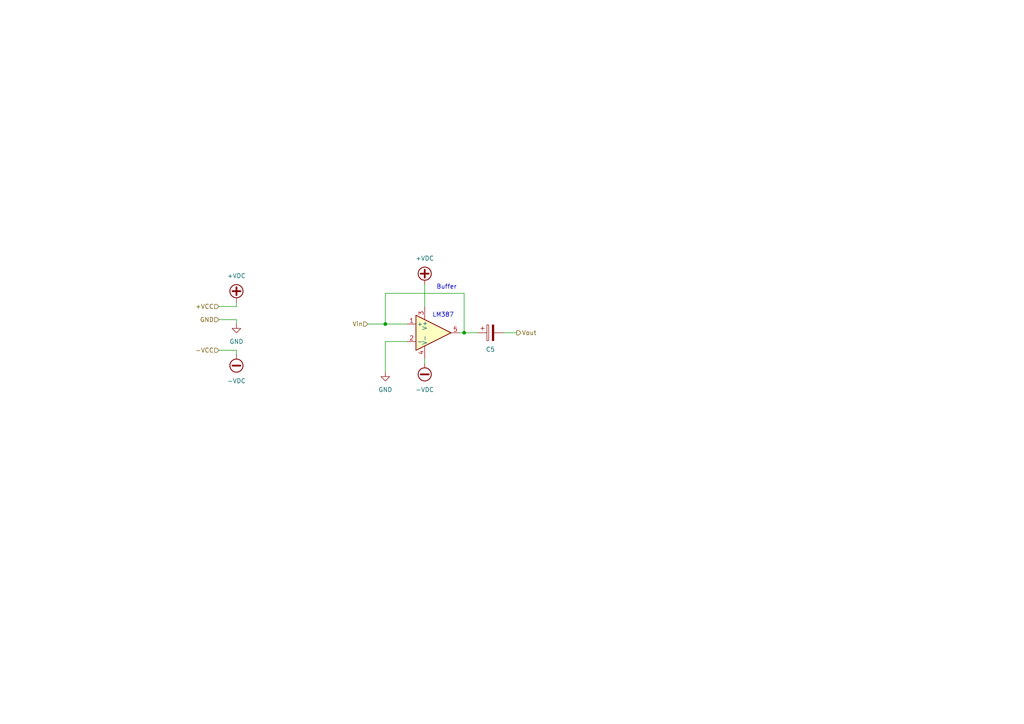
<source format=kicad_sch>
(kicad_sch (version 20231120) (generator "eeschema") (generator_version "8.0")
  (paper "A4")
  (lib_symbols
    (symbol "Device:C_Polarized" (pin_numbers hide) (pin_names (offset 0.254))
      (property "Reference" "C" (at 0.635 2.54 0))
      (property "Value" "C_Polarized" (at 0.635 -2.54 0))
      (symbol "C_Polarized_0_1"
        (rectangle (start -2.286 0.508) (end 2.286 1.016))
        (polyline (pts (xy -1.778 2.286) (xy -0.762 2.286)))
        (polyline (pts (xy -1.27 2.794) (xy -1.27 1.778)))
        (rectangle (start 2.286 -0.508) (end -2.286 -1.016) (fill (type outline)))
      )
      (symbol "C_Polarized_1_1"
        (pin passive line (at 0 3.81 270) (length 2.794) (name "~") (number "1"))
        (pin passive line (at 0 -3.81 90) (length 2.794) (name "~") (number "2"))
      )
    )
    (symbol "Simulation_SPICE:OPAMP" (pin_names (offset 0.254))
      (property "Reference" "U" (at 3.81 3.175 0))
      (property "Value" "${SIM.PARAMS}" (at 3.81 -3.175 0))
      (symbol "OPAMP_0_1"
        (polyline (pts (xy 5.08 0) (xy -5.08 5.08) (xy -5.08 -5.08) (xy 5.08 0)) (stroke (width 0.254)) (fill (type background)))
      )
      (symbol "OPAMP_1_1"
        (pin input line (at -7.62 2.54 0) (length 2.54) (name "+") (number "1"))
        (pin input line (at -7.62 -2.54 0) (length 2.54) (name "-") (number "2"))
        (pin power_in line (at -2.54 7.62 270) (length 3.81) (name "V+") (number "3"))
        (pin power_in line (at -2.54 -7.62 90) (length 3.81) (name "V-") (number "4"))
        (pin output line (at 7.62 0 180) (length 2.54) (name "~") (number "5"))
      )
    )
    (symbol "power:+VDC" (power) (pin_numbers hide) (pin_names (offset 0) hide)
      (property "Value" "+VDC" (at 0 6.35 0))
      (symbol "+VDC_0_1"
        (polyline (pts (xy -1.143 3.175) (xy 1.143 3.175)) (stroke (width 0.508)))
        (polyline (pts (xy 0 0) (xy 0 1.27)))
        (polyline (pts (xy 0 2.032) (xy 0 4.318)) (stroke (width 0.508)))
        (circle (center 0 3.175) (radius 1.905) (stroke (width 0.254)))
      )
      (symbol "+VDC_1_1"
        (pin power_in line (at 0 0 90) (length 0) (name "~") (number "1"))
      )
    )
    (symbol "power:-VDC" (power) (pin_numbers hide) (pin_names (offset 0) hide)
      (property "Value" "-VDC" (at 0 6.35 0))
      (symbol "-VDC_0_1"
        (polyline (pts (xy -1.143 3.175) (xy 1.143 3.175)) (stroke (width 0.508)))
        (polyline (pts (xy 0 0) (xy 0 1.27)))
        (circle (center 0 3.175) (radius 1.905) (stroke (width 0.254)))
      )
      (symbol "-VDC_1_1"
        (pin power_in line (at 0 0 90) (length 0) (name "~") (number "1"))
      )
    )
    (symbol "power:GND" (power) (pin_numbers hide) (pin_names (offset 0) hide)
      (property "Value" "GND" (at 0 -3.81 0))
      (symbol "GND_0_1"
        (polyline (pts (xy 0 0) (xy 0 -1.27) (xy 1.27 -1.27) (xy 0 -2.54) (xy -1.27 -1.27) (xy 0 -1.27)))
      )
      (symbol "GND_1_1"
        (pin power_in line (at 0 0 270) (length 0) (name "~") (number "1"))
      )
    )
  )
  (junction (at 134.62 96.52))
  (junction (at 111.76 93.98))
  (wire (pts (xy 111.76 93.98) (xy 111.76 85.09)))
  (wire (pts (xy 134.62 96.52) (xy 138.43 96.52)))
  (wire (pts (xy 68.58 101.6) (xy 68.58 102.87)))
  (wire (pts (xy 123.19 82.55) (xy 123.19 88.9)))
  (wire (pts (xy 134.62 85.09) (xy 134.62 96.52)))
  (wire (pts (xy 106.68 93.98) (xy 111.76 93.98)))
  (wire (pts (xy 68.58 92.71) (xy 68.58 93.98)))
  (wire (pts (xy 63.5 92.71) (xy 68.58 92.71)))
  (wire (pts (xy 134.62 96.52) (xy 133.35 96.52)))
  (wire (pts (xy 111.76 85.09) (xy 134.62 85.09)))
  (wire (pts (xy 123.19 105.41) (xy 123.19 104.14)))
  (wire (pts (xy 111.76 99.06) (xy 118.11 99.06)))
  (wire (pts (xy 63.5 88.9) (xy 68.58 88.9)))
  (wire (pts (xy 118.11 93.98) (xy 111.76 93.98)))
  (wire (pts (xy 111.76 107.95) (xy 111.76 99.06)))
  (wire (pts (xy 63.5 101.6) (xy 68.58 101.6)))
  (wire (pts (xy 146.05 96.52) (xy 149.86 96.52)))
  (wire (pts (xy 68.58 88.9) (xy 68.58 87.63)))
  (text "LM387" (at 128.524 91.44 0) (effects (font (size 1.27 1.27))))
  (text "Buffer" (at 129.54 83.312 0) (effects (font (size 1.27 1.27))))
  (hierarchical_label "+VCC" (shape input) (at 63.5 88.9 180))
  (hierarchical_label "Vin" (shape input) (at 106.68 93.98 180))
  (hierarchical_label "Vout" (shape output) (at 149.86 96.52 0))
  (hierarchical_label "-VCC" (shape input) (at 63.5 101.6 180))
  (hierarchical_label "GND" (shape input) (at 63.5 92.71 180))
  (symbol (lib_id "Simulation_SPICE:OPAMP") (at 125.73 96.52 0) (unit 1)
    (property "Reference" "U3" (effects (hide yes)))
    (property "Value" "${SIM.PARAMS}" (effects (hide yes)))
    (property "Datasheet" "https://ngspice.sourceforge.io/docs/ngspice-html-manual/manual.xhtml#sec__SUBCKT_Subcircuits" (effects (hide yes)))
    (property "Description" "Operational amplifier, single, node sequence=1:+ 2:- 3:OUT 4:V+ 5:V-" (effects (hide yes)))
    (property "Sim.Pins" "1=in+ 2=in- 3=vcc 4=vee 5=out" (effects (hide yes)))
    (property "Sim.Device" "SUBCKT" (effects (hide yes)))
    (property "Sim.Library" "${KICAD8_SYMBOL_DIR}/Simulation_SPICE.sp" (effects (hide yes)))
    (property "Sim.Name" "kicad_builtin_opamp" (effects (hide yes)))
  )
  (symbol (lib_id "power:+VDC") (at 68.58 87.63 0) (unit 1)
    (property "Reference" "#PWR033" (effects (hide yes)))
    (property "Value" "+VDC" (at 68.58 80.01 0))
    (property "Description" "Power symbol creates a global label with name \"+VDC\"" (effects (hide yes)))
  )
  (symbol (lib_id "power:GND") (at 68.58 93.98 0) (mirror y) (unit 1)
    (property "Reference" "#PWR034" (effects (hide yes)))
    (property "Value" "GND" (at 68.58 99.06 0))
    (property "Description" "Power symbol creates a global label with name \"GND\" , ground" (effects (hide yes)))
  )
  (symbol (lib_id "power:-VDC") (at 123.19 105.41 0) (mirror x) (unit 1)
    (property "Reference" "#PWR031" (effects (hide yes)))
    (property "Value" "-VDC" (at 123.19 113.03 0))
    (property "Description" "Power symbol creates a global label with name \"-VDC\"" (effects (hide yes)))
  )
  (symbol (lib_id "Device:C_Polarized") (at 142.24 96.52 90) (mirror x) (unit 1)
    (property "Reference" "C5" (at 142.24 101.346 90))
    (property "Value" "C_Polarized" (effects (hide yes)))
    (property "Description" "Polarized capacitor" (effects (hide yes)))
  )
  (symbol (lib_id "power:-VDC") (at 68.58 102.87 0) (mirror x) (unit 1)
    (property "Reference" "#PWR035" (effects (hide yes)))
    (property "Value" "-VDC" (at 68.58 110.49 0))
    (property "Description" "Power symbol creates a global label with name \"-VDC\"" (effects (hide yes)))
  )
  (symbol (lib_id "power:+VDC") (at 123.19 82.55 0) (unit 1)
    (property "Reference" "#PWR032" (effects (hide yes)))
    (property "Value" "+VDC" (at 123.19 74.93 0))
    (property "Description" "Power symbol creates a global label with name \"+VDC\"" (effects (hide yes)))
  )
  (symbol (lib_id "power:GND") (at 111.76 107.95 0) (unit 1)
    (property "Reference" "#PWR08" (effects (hide yes)))
    (property "Value" "GND" (at 111.76 113.03 0))
    (property "Description" "Power symbol creates a global label with name \"GND\" , ground" (effects (hide yes)))
  )
)
</source>
